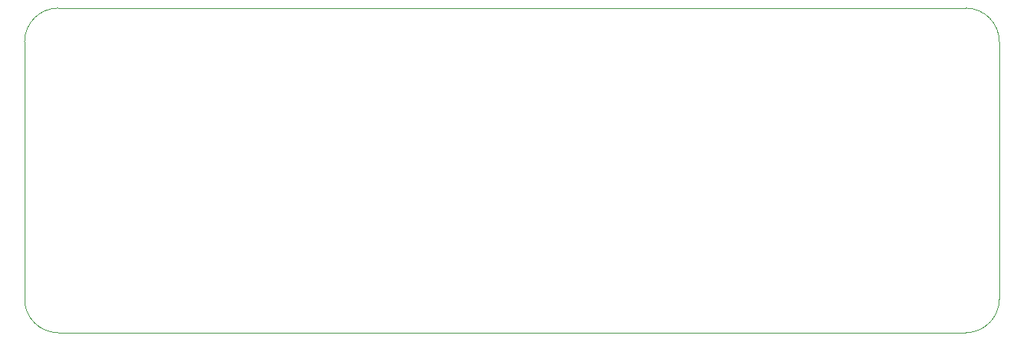
<source format=gbr>
%TF.GenerationSoftware,KiCad,Pcbnew,5.1.12-84ad8e8a86~92~ubuntu20.04.1*%
%TF.CreationDate,2022-01-15T19:27:07+01:00*%
%TF.ProjectId,autotrigger_dslr,6175746f-7472-4696-9767-65725f64736c,rev?*%
%TF.SameCoordinates,Original*%
%TF.FileFunction,Profile,NP*%
%FSLAX46Y46*%
G04 Gerber Fmt 4.6, Leading zero omitted, Abs format (unit mm)*
G04 Created by KiCad (PCBNEW 5.1.12-84ad8e8a86~92~ubuntu20.04.1) date 2022-01-15 19:27:07*
%MOMM*%
%LPD*%
G01*
G04 APERTURE LIST*
%TA.AperFunction,Profile*%
%ADD10C,0.050000*%
%TD*%
G04 APERTURE END LIST*
D10*
X30480000Y-107950000D02*
X133350000Y-107950000D01*
X26670000Y-74930000D02*
X26670000Y-104140000D01*
X133350000Y-71120000D02*
X30480000Y-71120000D01*
X137160000Y-104140000D02*
X137160000Y-74930000D01*
X137160000Y-104140000D02*
G75*
G02*
X133350000Y-107950000I-3810000J0D01*
G01*
X30480000Y-107950000D02*
G75*
G02*
X26670000Y-104140000I0J3810000D01*
G01*
X26670000Y-74930000D02*
G75*
G02*
X30480000Y-71120000I3810000J0D01*
G01*
X133350000Y-71120000D02*
G75*
G02*
X137160000Y-74930000I0J-3810000D01*
G01*
M02*

</source>
